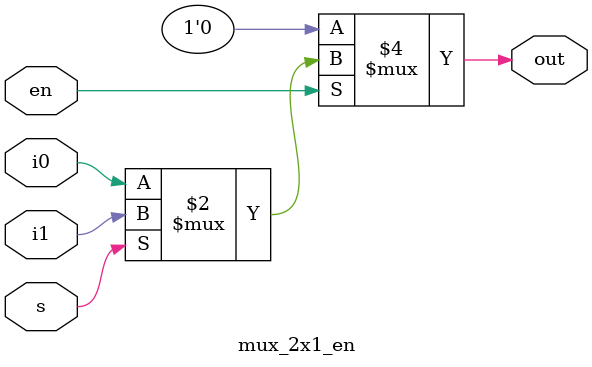
<source format=v>
module mux_2x1_en (
    input wire i0,    // Input 0
    input wire i1,    // Input 1
    input wire s,     // Select signal
    input wire en,    // Enable signal (Active High)
    output reg out    // Output
);

    always @(*) begin
        if (en) begin
            // If enabled, behave like a normal mux
            // If s = 0, out = i0
            // If s = 1, out = i1 
            out = s ? i1 : i0;
        end else begin
            // If disabled, pull output low
            out = 1'b0;
        end
    end

endmodule
</source>
